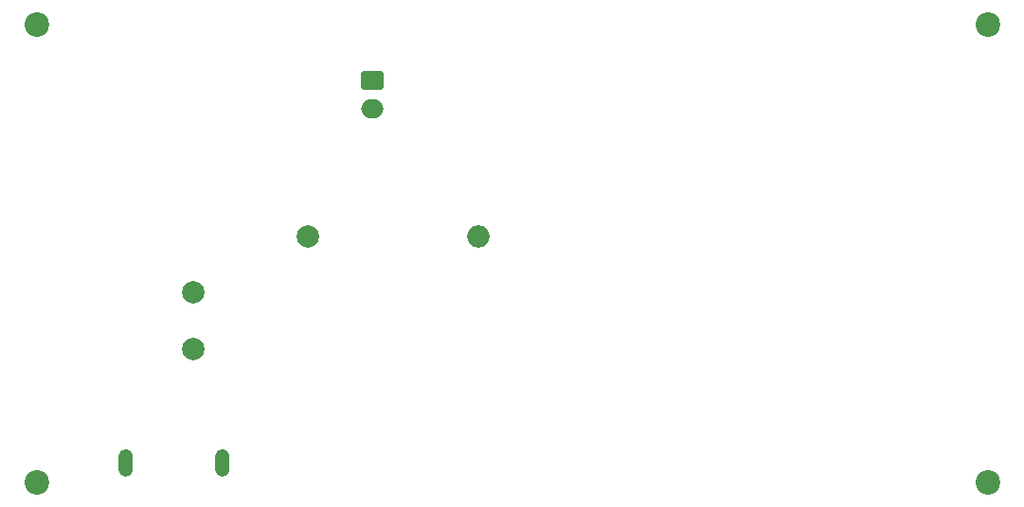
<source format=gbr>
%TF.GenerationSoftware,KiCad,Pcbnew,(5.1.10)-1*%
%TF.CreationDate,2022-10-02T14:19:25-06:00*%
%TF.ProjectId,PowerSupply,506f7765-7253-4757-9070-6c792e6b6963,rev?*%
%TF.SameCoordinates,Original*%
%TF.FileFunction,Soldermask,Bot*%
%TF.FilePolarity,Negative*%
%FSLAX46Y46*%
G04 Gerber Fmt 4.6, Leading zero omitted, Abs format (unit mm)*
G04 Created by KiCad (PCBNEW (5.1.10)-1) date 2022-10-02 14:19:25*
%MOMM*%
%LPD*%
G01*
G04 APERTURE LIST*
%ADD10C,2.200000*%
%ADD11O,2.000000X2.000000*%
%ADD12C,2.000000*%
%ADD13O,2.000000X1.700000*%
G04 APERTURE END LIST*
D10*
%TO.C,REF\u002A\u002A*%
X133070000Y-48100000D03*
%TD*%
%TO.C,REF\u002A\u002A*%
X133070000Y-89100000D03*
%TD*%
%TO.C,REF\u002A\u002A*%
X48070000Y-89100000D03*
%TD*%
%TO.C,REF\u002A\u002A*%
X48070000Y-48100000D03*
%TD*%
D11*
%TO.C,L201*%
X87560000Y-67100000D03*
D12*
X72320000Y-67100000D03*
%TD*%
D13*
%TO.C,J302*%
X78070000Y-55600000D03*
G36*
G01*
X77320000Y-52250000D02*
X78820000Y-52250000D01*
G75*
G02*
X79070000Y-52500000I0J-250000D01*
G01*
X79070000Y-53700000D01*
G75*
G02*
X78820000Y-53950000I-250000J0D01*
G01*
X77320000Y-53950000D01*
G75*
G02*
X77070000Y-53700000I0J250000D01*
G01*
X77070000Y-52500000D01*
G75*
G02*
X77320000Y-52250000I250000J0D01*
G01*
G37*
%TD*%
%TO.C,e*%
G36*
G01*
X55375000Y-87934999D02*
X55375000Y-86734999D01*
G75*
G02*
X56025000Y-86084999I650000J0D01*
G01*
X56025000Y-86084999D01*
G75*
G02*
X56675000Y-86734999I0J-650000D01*
G01*
X56675000Y-87934999D01*
G75*
G02*
X56025000Y-88584999I-650000J0D01*
G01*
X56025000Y-88584999D01*
G75*
G02*
X55375000Y-87934999I0J650000D01*
G01*
G37*
G36*
G01*
X64015000Y-87934999D02*
X64015000Y-86734999D01*
G75*
G02*
X64665000Y-86084999I650000J0D01*
G01*
X64665000Y-86084999D01*
G75*
G02*
X65315000Y-86734999I0J-650000D01*
G01*
X65315000Y-87934999D01*
G75*
G02*
X64665000Y-88584999I-650000J0D01*
G01*
X64665000Y-88584999D01*
G75*
G02*
X64015000Y-87934999I0J650000D01*
G01*
G37*
%TD*%
D12*
%TO.C,FB301*%
X62070000Y-77100000D03*
X62070000Y-72020000D03*
%TD*%
M02*

</source>
